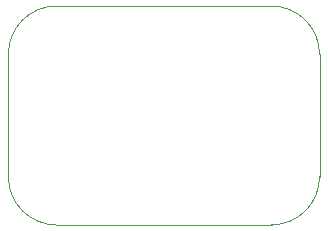
<source format=gbr>
%TF.GenerationSoftware,KiCad,Pcbnew,7.0.7*%
%TF.CreationDate,2023-11-07T19:30:11-06:00*%
%TF.ProjectId,LD_Breakout,4c445f42-7265-4616-9b6f-75742e6b6963,rev?*%
%TF.SameCoordinates,Original*%
%TF.FileFunction,Profile,NP*%
%FSLAX46Y46*%
G04 Gerber Fmt 4.6, Leading zero omitted, Abs format (unit mm)*
G04 Created by KiCad (PCBNEW 7.0.7) date 2023-11-07 19:30:11*
%MOMM*%
%LPD*%
G01*
G04 APERTURE LIST*
%TA.AperFunction,Profile*%
%ADD10C,0.100000*%
%TD*%
G04 APERTURE END LIST*
D10*
X119253000Y-83834000D02*
G75*
G03*
X123317000Y-87898000I4064000J0D01*
G01*
X123317000Y-69367400D02*
G75*
G03*
X119253000Y-73431400I0J-4064000D01*
G01*
X145592800Y-83834000D02*
X145592800Y-73431400D01*
X141528800Y-87898000D02*
G75*
G03*
X145592800Y-83834000I0J4064000D01*
G01*
X145592800Y-73431400D02*
G75*
G03*
X141528800Y-69367400I-4064000J0D01*
G01*
X141528800Y-87898000D02*
X123317000Y-87898000D01*
X119253000Y-73431400D02*
X119253000Y-83834000D01*
X141528800Y-69367400D02*
X123317000Y-69367400D01*
M02*

</source>
